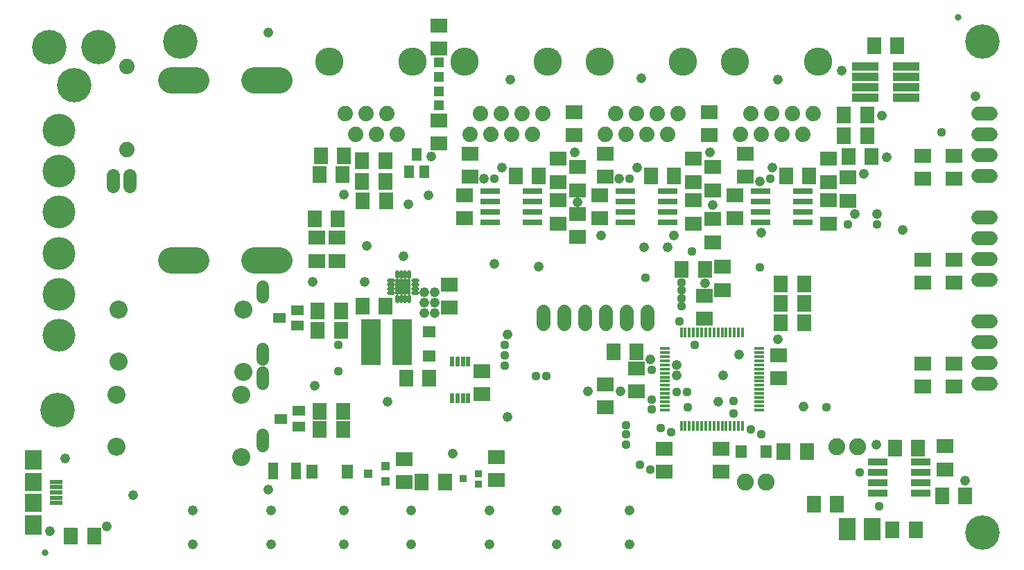
<source format=gtp>
G75*
%MOIN*%
%OFA0B0*%
%FSLAX24Y24*%
%IPPOS*%
%LPD*%
%AMOC8*
5,1,8,0,0,1.08239X$1,22.5*
%
%ADD10R,0.0710X0.0790*%
%ADD11R,0.0789X0.0710*%
%ADD12R,0.0710X0.0789*%
%ADD13C,0.0740*%
%ADD14C,0.0600*%
%ADD15C,0.0680*%
%ADD16R,0.0946X0.0316*%
%ADD17R,0.0790X0.0710*%
%ADD18C,0.1580*%
%ADD19C,0.1261*%
%ADD20C,0.1655*%
%ADD21C,0.0867*%
%ADD22R,0.0631X0.0474*%
%ADD23C,0.0630*%
%ADD24R,0.1261X0.0434*%
%ADD25R,0.0950X0.0320*%
%ADD26R,0.0848X0.1064*%
%ADD27R,0.0167X0.0474*%
%ADD28R,0.0474X0.0167*%
%ADD29R,0.0552X0.0631*%
%ADD30R,0.0631X0.0552*%
%ADD31C,0.0190*%
%ADD32R,0.0741X0.0741*%
%ADD33R,0.0434X0.0395*%
%ADD34R,0.0356X0.0356*%
%ADD35R,0.0580X0.0659*%
%ADD36R,0.0474X0.0789*%
%ADD37R,0.0926X0.2245*%
%ADD38R,0.0631X0.0237*%
%ADD39R,0.0828X0.0867*%
%ADD40R,0.0828X0.0946*%
%ADD41R,0.0237X0.0513*%
%ADD42C,0.0330*%
%ADD43C,0.0820*%
%ADD44C,0.1360*%
%ADD45R,0.0474X0.0631*%
%ADD46R,0.0513X0.0474*%
%ADD47C,0.0476*%
%ADD48C,0.0440*%
%ADD49C,0.1661*%
D10*
X028234Y015256D03*
X029354Y015256D03*
X040203Y020412D03*
X041323Y020412D03*
X041323Y021273D03*
X040203Y021273D03*
X044358Y022867D03*
X045478Y022867D03*
X041223Y025162D03*
X040103Y025162D03*
X040103Y026117D03*
X041223Y026117D03*
X041073Y030523D03*
X039953Y030523D03*
X042279Y031398D03*
X043398Y031398D03*
X043368Y032318D03*
X042248Y032318D03*
X042248Y033318D03*
X043368Y033318D03*
X057608Y028117D03*
X058728Y028117D03*
X062366Y027405D03*
X063485Y027405D03*
X063485Y026467D03*
X062366Y026467D03*
X062366Y025530D03*
X063485Y025530D03*
X063618Y019318D03*
X062498Y019318D03*
X063953Y016787D03*
X065073Y016787D03*
X067748Y015568D03*
X068868Y015568D03*
X046228Y017867D03*
X045108Y017867D03*
D11*
X053926Y021479D03*
X053926Y022581D03*
X048013Y022111D03*
X048013Y023213D03*
X046433Y026267D03*
X046433Y027369D03*
X040058Y028517D03*
X040058Y029619D03*
X052613Y031916D03*
X052613Y033019D03*
X052418Y034566D03*
X052418Y035668D03*
X058918Y035668D03*
X058918Y034566D03*
X059113Y033019D03*
X059113Y031916D03*
X058713Y026824D03*
X058713Y025721D03*
X062263Y023963D03*
X062263Y022861D03*
X059513Y019463D03*
X059513Y018361D03*
X056763Y018361D03*
X056763Y019463D03*
X045918Y038721D03*
X045918Y039824D03*
D12*
X041359Y033568D03*
X040257Y033568D03*
X040211Y032662D03*
X041314Y032662D03*
X049617Y032617D03*
X050719Y032617D03*
X056117Y032617D03*
X057219Y032617D03*
X062617Y032617D03*
X063719Y032617D03*
X065624Y033530D03*
X066727Y033530D03*
X066515Y034523D03*
X065412Y034523D03*
X065412Y035523D03*
X066515Y035523D03*
X066867Y038867D03*
X067969Y038867D03*
X043359Y026318D03*
X042257Y026318D03*
X054319Y024130D03*
X055422Y024130D03*
X067867Y019492D03*
X068969Y019492D03*
X070132Y017193D03*
X071234Y017193D03*
D13*
X030918Y033867D03*
X030918Y037867D03*
X041418Y035617D03*
X042418Y035617D03*
X043418Y035617D03*
X042918Y034617D03*
X041918Y034617D03*
X043918Y034617D03*
X047418Y034617D03*
X048418Y034617D03*
X049418Y034617D03*
X050418Y034617D03*
X049918Y035617D03*
X048918Y035617D03*
X047918Y035617D03*
X050918Y035617D03*
X053918Y034617D03*
X054918Y034617D03*
X055918Y034617D03*
X056918Y034617D03*
X056418Y035617D03*
X055418Y035617D03*
X054418Y035617D03*
X057418Y035617D03*
X060418Y034617D03*
X061418Y034617D03*
X062418Y034617D03*
X063418Y034617D03*
X062918Y035617D03*
X061918Y035617D03*
X060918Y035617D03*
X063918Y035617D03*
D14*
X037463Y027283D02*
X037463Y026763D01*
X037463Y024283D02*
X037463Y023763D01*
X037471Y023127D02*
X037471Y022607D01*
X037471Y020127D02*
X037471Y019607D01*
D15*
X050963Y025473D02*
X050963Y026073D01*
X051963Y026073D02*
X051963Y025473D01*
X052963Y025473D02*
X052963Y026073D01*
X053963Y026073D02*
X053963Y025473D01*
X054963Y025473D02*
X054963Y026073D01*
X055963Y026073D02*
X055963Y025473D01*
X071868Y025617D02*
X072468Y025617D01*
X072468Y024617D02*
X071868Y024617D01*
X071868Y023617D02*
X072468Y023617D01*
X072468Y022617D02*
X071868Y022617D01*
X071868Y027617D02*
X072468Y027617D01*
X072468Y028617D02*
X071868Y028617D01*
X071868Y029617D02*
X072468Y029617D01*
X072468Y030617D02*
X071868Y030617D01*
X071868Y032617D02*
X072468Y032617D01*
X072468Y033617D02*
X071868Y033617D01*
X071868Y034617D02*
X072468Y034617D01*
X072468Y035617D02*
X071868Y035617D01*
D16*
X063442Y031867D03*
X063442Y031367D03*
X063442Y030867D03*
X063442Y030367D03*
X061395Y030367D03*
X061395Y030867D03*
X061395Y031367D03*
X061395Y031867D03*
X056942Y031867D03*
X056942Y031367D03*
X056942Y030867D03*
X056942Y030367D03*
X054895Y030367D03*
X054895Y030867D03*
X054895Y031367D03*
X054895Y031867D03*
X050442Y031867D03*
X050442Y031367D03*
X050442Y030867D03*
X050442Y030367D03*
X048395Y030367D03*
X048395Y030867D03*
X048395Y031367D03*
X048395Y031867D03*
D17*
X047168Y031677D03*
X047418Y032557D03*
X047418Y033677D03*
X045918Y034158D03*
X045918Y035277D03*
X051668Y033427D03*
X053918Y033677D03*
X053918Y032557D03*
X053668Y031677D03*
X051668Y031427D03*
X051668Y032307D03*
X052613Y030777D03*
X051668Y030307D03*
X052613Y029658D03*
X053668Y030557D03*
X058168Y030307D03*
X059113Y030527D03*
X060168Y030557D03*
X058168Y031427D03*
X058168Y032307D03*
X060168Y031677D03*
X060668Y032557D03*
X060668Y033677D03*
X058168Y033427D03*
X064668Y033427D03*
X065613Y032527D03*
X064668Y032307D03*
X064668Y031427D03*
X065613Y031408D03*
X064668Y030307D03*
X069213Y028582D03*
X069213Y027463D03*
X070713Y027463D03*
X070713Y028582D03*
X070713Y032463D03*
X069213Y032463D03*
X069213Y033582D03*
X070713Y033582D03*
X059113Y029408D03*
X059563Y028222D03*
X059563Y027102D03*
X055426Y023340D03*
X055426Y022220D03*
X048713Y019082D03*
X048713Y017963D03*
X044263Y017852D03*
X044263Y018972D03*
X041043Y028508D03*
X041043Y029627D03*
X047168Y030557D03*
X069213Y023582D03*
X069213Y022463D03*
X070713Y022463D03*
X070713Y023582D03*
X070263Y019597D03*
X070263Y018477D03*
D18*
X027668Y024946D03*
X027668Y026914D03*
X027668Y028883D03*
X027668Y030851D03*
X027668Y032820D03*
X027668Y034788D03*
D19*
X033078Y037198D02*
X034259Y037198D01*
X037078Y037198D02*
X038259Y037198D01*
X038259Y028536D02*
X037078Y028536D01*
X034259Y028536D02*
X033078Y028536D01*
D20*
X028400Y036963D03*
X029562Y038814D03*
X027200Y038814D03*
D21*
X030521Y026154D03*
X030521Y023654D03*
X030440Y022054D03*
X030440Y019554D03*
X036440Y019054D03*
X036440Y022054D03*
X036521Y023154D03*
X036521Y026154D03*
D22*
X038280Y025773D03*
X039147Y026147D03*
X039147Y025399D03*
X039196Y021286D03*
X038330Y020912D03*
X039196Y020538D03*
D23*
X031068Y032092D02*
X031068Y032642D01*
X030268Y032642D02*
X030268Y032092D01*
D24*
X066434Y036367D03*
X066434Y036867D03*
X066434Y037367D03*
X066434Y037867D03*
X068402Y037867D03*
X068402Y037367D03*
X068402Y036867D03*
X068402Y036367D03*
D25*
X069088Y018818D03*
X069088Y018318D03*
X069088Y017818D03*
X069088Y017318D03*
X067028Y017318D03*
X067028Y017818D03*
X067028Y018318D03*
X067028Y018818D03*
D26*
X066769Y015617D03*
X065568Y015617D03*
D27*
X060534Y020554D03*
X060337Y020554D03*
X060141Y020554D03*
X059944Y020554D03*
X059747Y020554D03*
X059550Y020554D03*
X059353Y020554D03*
X059156Y020554D03*
X058960Y020554D03*
X058763Y020554D03*
X058566Y020554D03*
X058369Y020554D03*
X058172Y020554D03*
X057975Y020554D03*
X057778Y020554D03*
X057582Y020554D03*
X057582Y025082D03*
X057778Y025082D03*
X057975Y025082D03*
X058172Y025082D03*
X058369Y025082D03*
X058566Y025082D03*
X058763Y025082D03*
X058960Y025082D03*
X059156Y025082D03*
X059353Y025082D03*
X059550Y025082D03*
X059747Y025082D03*
X059944Y025082D03*
X060141Y025082D03*
X060337Y025082D03*
X060534Y025082D03*
D28*
X061322Y024294D03*
X061322Y024097D03*
X061322Y023900D03*
X061322Y023704D03*
X061322Y023507D03*
X061322Y023310D03*
X061322Y023113D03*
X061322Y022916D03*
X061322Y022719D03*
X061322Y022523D03*
X061322Y022326D03*
X061322Y022129D03*
X061322Y021932D03*
X061322Y021735D03*
X061322Y021538D03*
X061322Y021341D03*
X056794Y021341D03*
X056794Y021538D03*
X056794Y021735D03*
X056794Y021932D03*
X056794Y022129D03*
X056794Y022326D03*
X056794Y022523D03*
X056794Y022719D03*
X056794Y022916D03*
X056794Y023113D03*
X056794Y023310D03*
X056794Y023507D03*
X056794Y023704D03*
X056794Y023900D03*
X056794Y024097D03*
X056794Y024294D03*
D29*
X060467Y019318D03*
X061649Y019318D03*
D30*
X045463Y023932D03*
X045463Y025113D03*
D31*
X044509Y026580D02*
X044509Y026804D01*
X044312Y026804D02*
X044312Y026580D01*
X044115Y026580D02*
X044115Y026804D01*
X043918Y026804D02*
X043918Y026580D01*
X043745Y026977D02*
X043521Y026977D01*
X043521Y027174D02*
X043745Y027174D01*
X043745Y027371D02*
X043521Y027371D01*
X043521Y027568D02*
X043745Y027568D01*
X043918Y027741D02*
X043918Y027965D01*
X044115Y027965D02*
X044115Y027741D01*
X044312Y027741D02*
X044312Y027965D01*
X044509Y027965D02*
X044509Y027741D01*
X044682Y027568D02*
X044906Y027568D01*
X044906Y027371D02*
X044682Y027371D01*
X044682Y027174D02*
X044906Y027174D01*
X044906Y026977D02*
X044682Y026977D01*
D32*
X044213Y027273D03*
D33*
X043357Y018647D03*
X042530Y018273D03*
X043357Y017899D03*
D34*
X047099Y018023D03*
X047828Y018278D03*
X047828Y017767D03*
D35*
X041515Y018367D03*
X039822Y018367D03*
D36*
X039064Y018412D03*
X037961Y018412D03*
D37*
X042662Y024617D03*
X044174Y024617D03*
D38*
X027540Y017879D03*
X027540Y017623D03*
X027540Y017367D03*
X027540Y017111D03*
X027540Y016855D03*
D39*
X026418Y016875D03*
X026418Y017859D03*
D40*
X026418Y018942D03*
X026418Y015792D03*
D41*
X046580Y021887D03*
X046836Y021887D03*
X047091Y021887D03*
X047347Y021887D03*
X047347Y023658D03*
X047091Y023658D03*
X046836Y023658D03*
X046580Y023658D03*
D42*
X026991Y014452D03*
X070889Y040239D03*
D43*
X066058Y019568D03*
X065058Y019568D03*
X061668Y017867D03*
X060668Y017867D03*
D44*
X060168Y038117D03*
X057668Y038117D03*
X053668Y038117D03*
X051168Y038117D03*
X047168Y038117D03*
X044668Y038117D03*
X040668Y038117D03*
X064168Y038117D03*
D45*
X045237Y032784D03*
X044489Y032784D03*
X044863Y033650D03*
D46*
X045918Y036008D03*
X045918Y036677D03*
X045918Y037383D03*
X045918Y038052D03*
D47*
X049356Y037242D03*
X055668Y037305D03*
X062231Y037242D03*
X065293Y037680D03*
X067231Y035492D03*
X071731Y036430D03*
X067481Y033492D03*
X066363Y032717D03*
X061981Y032992D03*
X061363Y032342D03*
X059113Y031217D03*
X057231Y029742D03*
X056926Y029155D03*
X055801Y029155D03*
X053731Y029742D03*
X052613Y031342D03*
X054613Y032467D03*
X055481Y032992D03*
X052481Y033742D03*
X048981Y032992D03*
X048113Y032467D03*
X045426Y031655D03*
X044481Y031242D03*
X041363Y031717D03*
X045551Y033530D03*
X042481Y029242D03*
X044231Y028742D03*
X042356Y027492D03*
X039856Y027492D03*
X045231Y026992D03*
X045731Y026992D03*
X045731Y026492D03*
X045731Y025992D03*
X045231Y025992D03*
X045231Y026492D03*
X049238Y024967D03*
X056113Y023780D03*
X057356Y023492D03*
X057356Y022992D03*
X054668Y022242D03*
X053106Y022242D03*
X049231Y020992D03*
X046606Y019242D03*
X048356Y016492D03*
X051606Y016492D03*
X055106Y016492D03*
X055106Y014867D03*
X051606Y014867D03*
X048356Y014867D03*
X044606Y014867D03*
X041356Y014867D03*
X041356Y016492D03*
X044606Y016492D03*
X037856Y016492D03*
X037731Y017492D03*
X034106Y016492D03*
X031231Y017242D03*
X029981Y015742D03*
X027231Y015492D03*
X034106Y014867D03*
X037856Y014867D03*
X027981Y018992D03*
X039981Y022492D03*
X043481Y021742D03*
X050731Y028242D03*
X048606Y028367D03*
X058731Y027430D03*
X061418Y029867D03*
X065926Y030780D03*
X066988Y030780D03*
X068231Y029992D03*
X058981Y033742D03*
X062231Y024742D03*
X060356Y023992D03*
X059606Y022992D03*
X059356Y021742D03*
X063481Y021492D03*
X066981Y019680D03*
X071231Y017930D03*
X037731Y039492D03*
D48*
X048613Y032467D03*
X055113Y032467D03*
X061863Y032467D03*
X065613Y030280D03*
X066988Y030280D03*
X061363Y028217D03*
X058113Y028967D03*
X057613Y027467D03*
X057613Y027092D03*
X057613Y026717D03*
X057613Y026342D03*
X057488Y025592D03*
X058238Y024467D03*
X056176Y023280D03*
X057363Y022217D03*
X057863Y022217D03*
X057901Y021467D03*
X057113Y020280D03*
X056613Y020467D03*
X056176Y021380D03*
X056176Y021842D03*
X054926Y020617D03*
X054926Y020155D03*
X054926Y019655D03*
X055613Y018717D03*
X056113Y018467D03*
X060926Y020405D03*
X061426Y020155D03*
X060113Y021155D03*
X060113Y021780D03*
X064551Y021467D03*
X066176Y018342D03*
X067113Y016717D03*
X051113Y022967D03*
X050613Y022967D03*
X049113Y023467D03*
X049113Y023967D03*
X049113Y024467D03*
X041113Y024467D03*
X041113Y023217D03*
X055863Y027717D03*
X070113Y034717D03*
D49*
X072070Y039058D03*
X033487Y039058D03*
X027582Y021341D03*
X072070Y015436D03*
M02*

</source>
